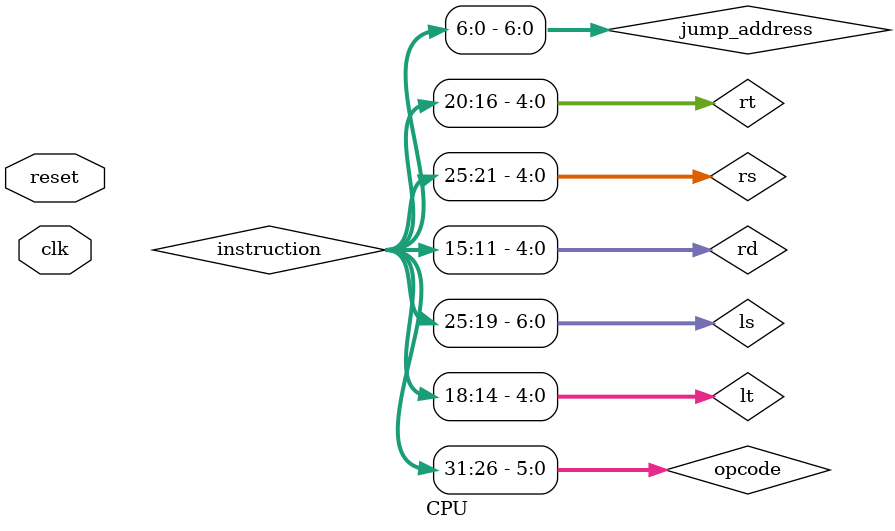
<source format=v>
module CPU (
    input clk,
    input reset
);
    wire [6:0] pc; //PC counter that increments by 1 every clock
    wire [31:0] reg_data1, reg_data2, reg_data3, reg_write_data; //Output from reading registers, last one is an input
    wire [31:0] alu_result; //Result of operation
    wire [31:0] instruction; //32 bits of that step
    wire [6:0] jump_address; //Address to move PC value to
    wire [4:0] RAM_address;
    wire [31:0] ram_read_data;
    wire [2:0] alu_op;

    wire [4:0] write_addr;

    wire [4:0] rs; 
    wire [4:0] rt;
    wire [4:0] rd;
    wire [6:0] ls;
    wire [4:0] lt;

    wire [5:0] opcode; //action codenames

    wire reg_write, mem_read, mem_write, jump; //Toggles

    assign opcode = instruction[31:26];
    assign rs     = instruction[25:21];
    assign rt     = instruction[20:16];
    assign rd     = instruction[15:11];

    assign ls = instruction[25:19];
    assign lt = instruction[18:14];

    assign jump_address = instruction[6:0];
    assign write_addr = mem_read ? lt : rd;

    assign reg_write_data = mem_read ? ram_read_data : alu_result;

    PC f1 (
        .clk(clk),
        .reset(reset),
        .jump(jump),
        .jump_address(jump_address),

        .pc(pc)
    );

    ram f2 (
        .clk(clk),
        .write_RAM(mem_write),
        .read_RAM(mem_read),
        .RAM_address(ls),
        .write_data(reg_data3),
        .pc(pc),
        .reset(reset),

        .read_data(ram_read_data),
        .instruction(instruction)
    );

    regfile f3 (
        .clk(clk),
        .reg_write(reg_write),
        .read1_address(rs),
        .read2_address(rt),
        .read3_address(lt),
        .write_address(write_addr),
        .write(reg_write_data),

        .read1(reg_data1),
        .read2(reg_data2),
        .read3(reg_data3)
    );

    alu f4 (
        .a(reg_data1),
        .b(reg_data2),
        .alu_op(alu_op),

        .alu_result(alu_result)
    );

    control f5 (
        .opcode(opcode),

        .reg_write(reg_write),
        .mem_read(mem_read),
        .mem_write(mem_write),
        .jump(jump),
        .alu_op(alu_op)
    );

endmodule

</source>
